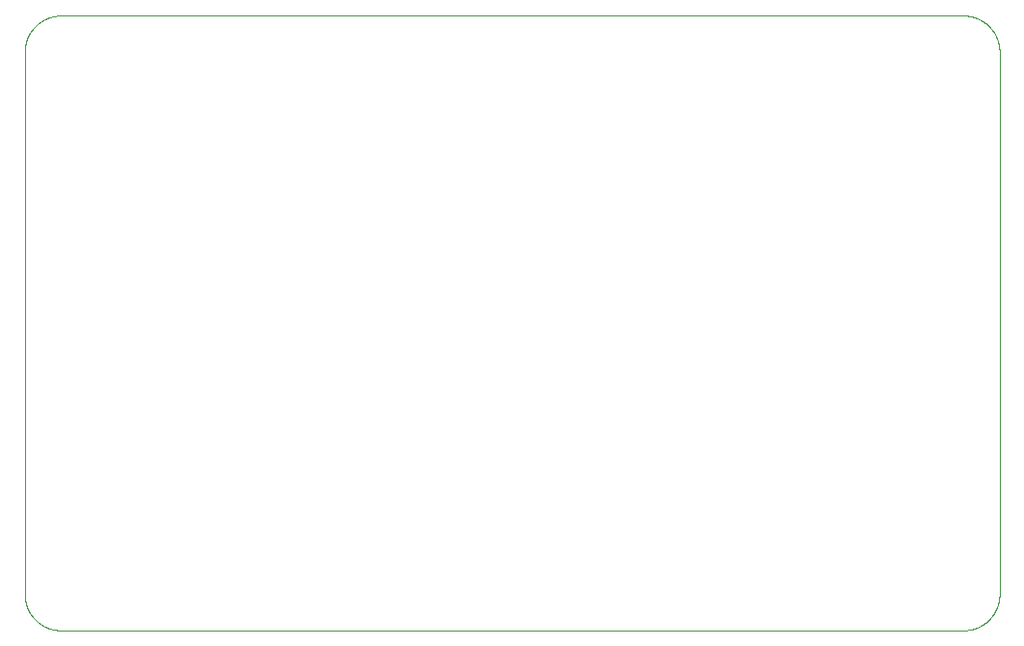
<source format=gbr>
%TF.GenerationSoftware,Flux,Pcbnew,7.0.11-7.0.11~ubuntu20.04.1*%
%TF.CreationDate,2024-08-15T14:07:34+00:00*%
%TF.ProjectId,input,696e7075-742e-46b6-9963-61645f706362,rev?*%
%TF.SameCoordinates,Original*%
%TF.FileFunction,Profile,NP*%
%FSLAX46Y46*%
G04 Gerber Fmt 4.6, Leading zero omitted, Abs format (unit mm)*
G04 Filename: businesscardpcb*
G04 Build it with Flux! Visit our site at: https://www.flux.ai (PCBNEW 7.0.11-7.0.11~ubuntu20.04.1) date 2024-08-15 14:07:34*
%MOMM*%
%LPD*%
G01*
G04 APERTURE LIST*
%TA.AperFunction,Profile*%
%ADD10C,0.050000*%
%TD*%
G04 APERTURE END LIST*
D10*
X-39620000Y-26990000D02*
X-39659023Y-26989761D01*
X-39659023Y-26989761D02*
X-39698041Y-26989042D01*
X-39698041Y-26989042D02*
X-39737047Y-26987845D01*
X-39737047Y-26987845D02*
X-39776035Y-26986170D01*
X-39776035Y-26986170D02*
X-39815000Y-26984016D01*
X-39815000Y-26984016D02*
X-39853935Y-26981384D01*
X-39853935Y-26981384D02*
X-39892835Y-26978274D01*
X-39892835Y-26978274D02*
X-39931695Y-26974687D01*
X-39931695Y-26974687D02*
X-39970507Y-26970624D01*
X-39970507Y-26970624D02*
X-40009266Y-26966085D01*
X-40009266Y-26966085D02*
X-40047967Y-26961070D01*
X-40047967Y-26961070D02*
X-40086603Y-26955581D01*
X-40086603Y-26955581D02*
X-40125169Y-26949619D01*
X-40125169Y-26949619D02*
X-40163659Y-26943183D01*
X-40163659Y-26943183D02*
X-40202067Y-26936275D01*
X-40202067Y-26936275D02*
X-40240387Y-26928897D01*
X-40240387Y-26928897D02*
X-40278614Y-26921049D01*
X-40278614Y-26921049D02*
X-40316742Y-26912733D01*
X-40316742Y-26912733D02*
X-40354765Y-26903949D01*
X-40354765Y-26903949D02*
X-40392677Y-26894699D01*
X-40392677Y-26894699D02*
X-40430473Y-26884985D01*
X-40430473Y-26884985D02*
X-40468147Y-26874808D01*
X-40468147Y-26874808D02*
X-40505693Y-26864169D01*
X-40505693Y-26864169D02*
X-40543105Y-26853070D01*
X-40543105Y-26853070D02*
X-40580379Y-26841513D01*
X-40580379Y-26841513D02*
X-40617508Y-26829500D01*
X-40617508Y-26829500D02*
X-40654487Y-26817031D01*
X-40654487Y-26817031D02*
X-40691310Y-26804110D01*
X-40691310Y-26804110D02*
X-40727971Y-26790738D01*
X-40727971Y-26790738D02*
X-40764466Y-26776917D01*
X-40764466Y-26776917D02*
X-40800789Y-26762649D01*
X-40800789Y-26762649D02*
X-40836933Y-26747937D01*
X-40836933Y-26747937D02*
X-40872895Y-26732782D01*
X-40872895Y-26732782D02*
X-40908667Y-26717187D01*
X-40908667Y-26717187D02*
X-40944246Y-26701154D01*
X-40944246Y-26701154D02*
X-40979625Y-26684686D01*
X-40979625Y-26684686D02*
X-41014800Y-26667785D01*
X-41014800Y-26667785D02*
X-41049764Y-26650453D01*
X-41049764Y-26650453D02*
X-41084513Y-26632694D01*
X-41084513Y-26632694D02*
X-41119042Y-26614510D01*
X-41119042Y-26614510D02*
X-41153344Y-26595903D01*
X-41153344Y-26595903D02*
X-41187416Y-26576877D01*
X-41187416Y-26576877D02*
X-41221252Y-26557434D01*
X-41221252Y-26557434D02*
X-41254847Y-26537577D01*
X-41254847Y-26537577D02*
X-41288195Y-26517310D01*
X-41288195Y-26517310D02*
X-41321292Y-26496634D01*
X-41321292Y-26496634D02*
X-41354133Y-26475555D01*
X-41354133Y-26475555D02*
X-41386713Y-26454073D01*
X-41386713Y-26454073D02*
X-41419027Y-26432194D01*
X-41419027Y-26432194D02*
X-41451070Y-26409920D01*
X-41451070Y-26409920D02*
X-41482837Y-26387254D01*
X-41482837Y-26387254D02*
X-41514324Y-26364200D01*
X-41514324Y-26364200D02*
X-41545525Y-26340761D01*
X-41545525Y-26340761D02*
X-41576436Y-26316942D01*
X-41576436Y-26316942D02*
X-41607053Y-26292744D01*
X-41607053Y-26292744D02*
X-41637371Y-26268173D01*
X-41637371Y-26268173D02*
X-41667384Y-26243232D01*
X-41667384Y-26243232D02*
X-41697090Y-26217924D01*
X-41697090Y-26217924D02*
X-41726482Y-26192254D01*
X-41726482Y-26192254D02*
X-41755557Y-26166225D01*
X-41755557Y-26166225D02*
X-41784311Y-26139841D01*
X-41784311Y-26139841D02*
X-41812739Y-26113106D01*
X-41812739Y-26113106D02*
X-41840836Y-26086024D01*
X-41840836Y-26086024D02*
X-41868600Y-26058600D01*
X-41868600Y-26058600D02*
X-41896024Y-26030836D01*
X-41896024Y-26030836D02*
X-41923106Y-26002739D01*
X-41923106Y-26002739D02*
X-41949841Y-25974311D01*
X-41949841Y-25974311D02*
X-41976225Y-25945557D01*
X-41976225Y-25945557D02*
X-42002254Y-25916482D01*
X-42002254Y-25916482D02*
X-42027924Y-25887090D01*
X-42027924Y-25887090D02*
X-42053232Y-25857384D01*
X-42053232Y-25857384D02*
X-42078173Y-25827371D01*
X-42078173Y-25827371D02*
X-42102744Y-25797053D01*
X-42102744Y-25797053D02*
X-42126942Y-25766436D01*
X-42126942Y-25766436D02*
X-42150761Y-25735525D01*
X-42150761Y-25735525D02*
X-42174200Y-25704324D01*
X-42174200Y-25704324D02*
X-42197254Y-25672837D01*
X-42197254Y-25672837D02*
X-42219920Y-25641070D01*
X-42219920Y-25641070D02*
X-42242194Y-25609027D01*
X-42242194Y-25609027D02*
X-42264073Y-25576713D01*
X-42264073Y-25576713D02*
X-42285555Y-25544133D01*
X-42285555Y-25544133D02*
X-42306634Y-25511292D01*
X-42306634Y-25511292D02*
X-42327310Y-25478195D01*
X-42327310Y-25478195D02*
X-42347577Y-25444847D01*
X-42347577Y-25444847D02*
X-42367434Y-25411252D01*
X-42367434Y-25411252D02*
X-42386877Y-25377416D01*
X-42386877Y-25377416D02*
X-42405903Y-25343344D01*
X-42405903Y-25343344D02*
X-42424510Y-25309042D01*
X-42424510Y-25309042D02*
X-42442694Y-25274513D01*
X-42442694Y-25274513D02*
X-42460453Y-25239764D01*
X-42460453Y-25239764D02*
X-42477785Y-25204800D01*
X-42477785Y-25204800D02*
X-42494686Y-25169625D01*
X-42494686Y-25169625D02*
X-42511154Y-25134246D01*
X-42511154Y-25134246D02*
X-42527187Y-25098667D01*
X-42527187Y-25098667D02*
X-42542782Y-25062895D01*
X-42542782Y-25062895D02*
X-42557937Y-25026933D01*
X-42557937Y-25026933D02*
X-42572649Y-24990789D01*
X-42572649Y-24990789D02*
X-42586917Y-24954466D01*
X-42586917Y-24954466D02*
X-42600738Y-24917971D01*
X-42600738Y-24917971D02*
X-42614110Y-24881310D01*
X-42614110Y-24881310D02*
X-42627031Y-24844487D01*
X-42627031Y-24844487D02*
X-42639500Y-24807508D01*
X-42639500Y-24807508D02*
X-42651513Y-24770379D01*
X-42651513Y-24770379D02*
X-42663070Y-24733105D01*
X-42663070Y-24733105D02*
X-42674169Y-24695693D01*
X-42674169Y-24695693D02*
X-42684808Y-24658147D01*
X-42684808Y-24658147D02*
X-42694985Y-24620473D01*
X-42694985Y-24620473D02*
X-42704699Y-24582677D01*
X-42704699Y-24582677D02*
X-42713949Y-24544765D01*
X-42713949Y-24544765D02*
X-42722733Y-24506742D01*
X-42722733Y-24506742D02*
X-42731049Y-24468614D01*
X-42731049Y-24468614D02*
X-42738897Y-24430387D01*
X-42738897Y-24430387D02*
X-42746275Y-24392067D01*
X-42746275Y-24392067D02*
X-42753183Y-24353659D01*
X-42753183Y-24353659D02*
X-42759619Y-24315169D01*
X-42759619Y-24315169D02*
X-42765581Y-24276603D01*
X-42765581Y-24276603D02*
X-42771070Y-24237967D01*
X-42771070Y-24237967D02*
X-42776085Y-24199266D01*
X-42776085Y-24199266D02*
X-42780624Y-24160507D01*
X-42780624Y-24160507D02*
X-42784687Y-24121695D01*
X-42784687Y-24121695D02*
X-42788274Y-24082835D01*
X-42788274Y-24082835D02*
X-42791384Y-24043935D01*
X-42791384Y-24043935D02*
X-42794016Y-24005000D01*
X-42794016Y-24005000D02*
X-42796170Y-23966035D01*
X-42796170Y-23966035D02*
X-42797845Y-23927047D01*
X-42797845Y-23927047D02*
X-42799042Y-23888041D01*
X-42799042Y-23888041D02*
X-42799761Y-23849023D01*
X-42799761Y-23849023D02*
X-42800000Y-23810000D01*
X-42800000Y-23810000D02*
X-42800000Y23810000D01*
X-42800000Y23810000D02*
X-42799761Y23849023D01*
X-42799761Y23849023D02*
X-42799042Y23888041D01*
X-42799042Y23888041D02*
X-42797845Y23927047D01*
X-42797845Y23927047D02*
X-42796170Y23966035D01*
X-42796170Y23966035D02*
X-42794016Y24005000D01*
X-42794016Y24005000D02*
X-42791384Y24043935D01*
X-42791384Y24043935D02*
X-42788274Y24082835D01*
X-42788274Y24082835D02*
X-42784687Y24121695D01*
X-42784687Y24121695D02*
X-42780624Y24160507D01*
X-42780624Y24160507D02*
X-42776085Y24199266D01*
X-42776085Y24199266D02*
X-42771070Y24237967D01*
X-42771070Y24237967D02*
X-42765581Y24276603D01*
X-42765581Y24276603D02*
X-42759619Y24315169D01*
X-42759619Y24315169D02*
X-42753183Y24353659D01*
X-42753183Y24353659D02*
X-42746275Y24392067D01*
X-42746275Y24392067D02*
X-42738897Y24430387D01*
X-42738897Y24430387D02*
X-42731049Y24468614D01*
X-42731049Y24468614D02*
X-42722733Y24506742D01*
X-42722733Y24506742D02*
X-42713949Y24544765D01*
X-42713949Y24544765D02*
X-42704699Y24582677D01*
X-42704699Y24582677D02*
X-42694985Y24620473D01*
X-42694985Y24620473D02*
X-42684808Y24658147D01*
X-42684808Y24658147D02*
X-42674169Y24695693D01*
X-42674169Y24695693D02*
X-42663070Y24733105D01*
X-42663070Y24733105D02*
X-42651513Y24770379D01*
X-42651513Y24770379D02*
X-42639500Y24807508D01*
X-42639500Y24807508D02*
X-42627031Y24844487D01*
X-42627031Y24844487D02*
X-42614110Y24881310D01*
X-42614110Y24881310D02*
X-42600738Y24917971D01*
X-42600738Y24917971D02*
X-42586917Y24954466D01*
X-42586917Y24954466D02*
X-42572649Y24990789D01*
X-42572649Y24990789D02*
X-42557937Y25026933D01*
X-42557937Y25026933D02*
X-42542782Y25062895D01*
X-42542782Y25062895D02*
X-42527187Y25098667D01*
X-42527187Y25098667D02*
X-42511154Y25134246D01*
X-42511154Y25134246D02*
X-42494686Y25169625D01*
X-42494686Y25169625D02*
X-42477785Y25204800D01*
X-42477785Y25204800D02*
X-42460453Y25239764D01*
X-42460453Y25239764D02*
X-42442694Y25274513D01*
X-42442694Y25274513D02*
X-42424510Y25309042D01*
X-42424510Y25309042D02*
X-42405903Y25343344D01*
X-42405903Y25343344D02*
X-42386877Y25377416D01*
X-42386877Y25377416D02*
X-42367434Y25411252D01*
X-42367434Y25411252D02*
X-42347577Y25444847D01*
X-42347577Y25444847D02*
X-42327310Y25478195D01*
X-42327310Y25478195D02*
X-42306634Y25511292D01*
X-42306634Y25511292D02*
X-42285555Y25544133D01*
X-42285555Y25544133D02*
X-42264073Y25576713D01*
X-42264073Y25576713D02*
X-42242194Y25609027D01*
X-42242194Y25609027D02*
X-42219920Y25641070D01*
X-42219920Y25641070D02*
X-42197254Y25672837D01*
X-42197254Y25672837D02*
X-42174200Y25704324D01*
X-42174200Y25704324D02*
X-42150761Y25735525D01*
X-42150761Y25735525D02*
X-42126942Y25766436D01*
X-42126942Y25766436D02*
X-42102744Y25797053D01*
X-42102744Y25797053D02*
X-42078173Y25827371D01*
X-42078173Y25827371D02*
X-42053232Y25857384D01*
X-42053232Y25857384D02*
X-42027924Y25887090D01*
X-42027924Y25887090D02*
X-42002254Y25916482D01*
X-42002254Y25916482D02*
X-41976225Y25945557D01*
X-41976225Y25945557D02*
X-41949841Y25974311D01*
X-41949841Y25974311D02*
X-41923106Y26002739D01*
X-41923106Y26002739D02*
X-41896024Y26030836D01*
X-41896024Y26030836D02*
X-41868600Y26058600D01*
X-41868600Y26058600D02*
X-41840836Y26086024D01*
X-41840836Y26086024D02*
X-41812739Y26113106D01*
X-41812739Y26113106D02*
X-41784311Y26139841D01*
X-41784311Y26139841D02*
X-41755557Y26166225D01*
X-41755557Y26166225D02*
X-41726482Y26192254D01*
X-41726482Y26192254D02*
X-41697090Y26217924D01*
X-41697090Y26217924D02*
X-41667384Y26243232D01*
X-41667384Y26243232D02*
X-41637371Y26268173D01*
X-41637371Y26268173D02*
X-41607053Y26292744D01*
X-41607053Y26292744D02*
X-41576436Y26316942D01*
X-41576436Y26316942D02*
X-41545525Y26340761D01*
X-41545525Y26340761D02*
X-41514324Y26364200D01*
X-41514324Y26364200D02*
X-41482837Y26387254D01*
X-41482837Y26387254D02*
X-41451070Y26409920D01*
X-41451070Y26409920D02*
X-41419027Y26432194D01*
X-41419027Y26432194D02*
X-41386713Y26454073D01*
X-41386713Y26454073D02*
X-41354133Y26475555D01*
X-41354133Y26475555D02*
X-41321292Y26496634D01*
X-41321292Y26496634D02*
X-41288195Y26517310D01*
X-41288195Y26517310D02*
X-41254847Y26537577D01*
X-41254847Y26537577D02*
X-41221252Y26557434D01*
X-41221252Y26557434D02*
X-41187416Y26576877D01*
X-41187416Y26576877D02*
X-41153344Y26595903D01*
X-41153344Y26595903D02*
X-41119042Y26614510D01*
X-41119042Y26614510D02*
X-41084513Y26632694D01*
X-41084513Y26632694D02*
X-41049764Y26650453D01*
X-41049764Y26650453D02*
X-41014800Y26667785D01*
X-41014800Y26667785D02*
X-40979625Y26684686D01*
X-40979625Y26684686D02*
X-40944246Y26701154D01*
X-40944246Y26701154D02*
X-40908667Y26717187D01*
X-40908667Y26717187D02*
X-40872895Y26732782D01*
X-40872895Y26732782D02*
X-40836933Y26747937D01*
X-40836933Y26747937D02*
X-40800789Y26762649D01*
X-40800789Y26762649D02*
X-40764466Y26776917D01*
X-40764466Y26776917D02*
X-40727971Y26790738D01*
X-40727971Y26790738D02*
X-40691310Y26804110D01*
X-40691310Y26804110D02*
X-40654487Y26817031D01*
X-40654487Y26817031D02*
X-40617508Y26829500D01*
X-40617508Y26829500D02*
X-40580379Y26841513D01*
X-40580379Y26841513D02*
X-40543105Y26853070D01*
X-40543105Y26853070D02*
X-40505693Y26864169D01*
X-40505693Y26864169D02*
X-40468147Y26874808D01*
X-40468147Y26874808D02*
X-40430473Y26884985D01*
X-40430473Y26884985D02*
X-40392677Y26894699D01*
X-40392677Y26894699D02*
X-40354765Y26903949D01*
X-40354765Y26903949D02*
X-40316742Y26912733D01*
X-40316742Y26912733D02*
X-40278614Y26921049D01*
X-40278614Y26921049D02*
X-40240387Y26928897D01*
X-40240387Y26928897D02*
X-40202067Y26936275D01*
X-40202067Y26936275D02*
X-40163659Y26943183D01*
X-40163659Y26943183D02*
X-40125169Y26949619D01*
X-40125169Y26949619D02*
X-40086603Y26955581D01*
X-40086603Y26955581D02*
X-40047967Y26961070D01*
X-40047967Y26961070D02*
X-40009266Y26966085D01*
X-40009266Y26966085D02*
X-39970507Y26970624D01*
X-39970507Y26970624D02*
X-39931695Y26974687D01*
X-39931695Y26974687D02*
X-39892835Y26978274D01*
X-39892835Y26978274D02*
X-39853935Y26981384D01*
X-39853935Y26981384D02*
X-39815000Y26984016D01*
X-39815000Y26984016D02*
X-39776035Y26986170D01*
X-39776035Y26986170D02*
X-39737047Y26987845D01*
X-39737047Y26987845D02*
X-39698041Y26989042D01*
X-39698041Y26989042D02*
X-39659023Y26989761D01*
X-39659023Y26989761D02*
X-39620000Y26990000D01*
X-39620000Y26990000D02*
X39620000Y26990000D01*
X39620000Y26990000D02*
X39659023Y26989761D01*
X39659023Y26989761D02*
X39698041Y26989042D01*
X39698041Y26989042D02*
X39737047Y26987845D01*
X39737047Y26987845D02*
X39776035Y26986170D01*
X39776035Y26986170D02*
X39815000Y26984016D01*
X39815000Y26984016D02*
X39853935Y26981384D01*
X39853935Y26981384D02*
X39892835Y26978274D01*
X39892835Y26978274D02*
X39931695Y26974687D01*
X39931695Y26974687D02*
X39970507Y26970624D01*
X39970507Y26970624D02*
X40009266Y26966085D01*
X40009266Y26966085D02*
X40047967Y26961070D01*
X40047967Y26961070D02*
X40086603Y26955581D01*
X40086603Y26955581D02*
X40125169Y26949619D01*
X40125169Y26949619D02*
X40163659Y26943183D01*
X40163659Y26943183D02*
X40202067Y26936275D01*
X40202067Y26936275D02*
X40240387Y26928897D01*
X40240387Y26928897D02*
X40278614Y26921049D01*
X40278614Y26921049D02*
X40316742Y26912733D01*
X40316742Y26912733D02*
X40354765Y26903949D01*
X40354765Y26903949D02*
X40392677Y26894699D01*
X40392677Y26894699D02*
X40430473Y26884985D01*
X40430473Y26884985D02*
X40468147Y26874808D01*
X40468147Y26874808D02*
X40505693Y26864169D01*
X40505693Y26864169D02*
X40543105Y26853070D01*
X40543105Y26853070D02*
X40580379Y26841513D01*
X40580379Y26841513D02*
X40617508Y26829500D01*
X40617508Y26829500D02*
X40654487Y26817031D01*
X40654487Y26817031D02*
X40691310Y26804110D01*
X40691310Y26804110D02*
X40727971Y26790738D01*
X40727971Y26790738D02*
X40764466Y26776917D01*
X40764466Y26776917D02*
X40800789Y26762649D01*
X40800789Y26762649D02*
X40836933Y26747937D01*
X40836933Y26747937D02*
X40872895Y26732782D01*
X40872895Y26732782D02*
X40908667Y26717187D01*
X40908667Y26717187D02*
X40944246Y26701154D01*
X40944246Y26701154D02*
X40979625Y26684686D01*
X40979625Y26684686D02*
X41014800Y26667785D01*
X41014800Y26667785D02*
X41049764Y26650453D01*
X41049764Y26650453D02*
X41084513Y26632694D01*
X41084513Y26632694D02*
X41119042Y26614510D01*
X41119042Y26614510D02*
X41153344Y26595903D01*
X41153344Y26595903D02*
X41187416Y26576877D01*
X41187416Y26576877D02*
X41221252Y26557434D01*
X41221252Y26557434D02*
X41254847Y26537577D01*
X41254847Y26537577D02*
X41288195Y26517310D01*
X41288195Y26517310D02*
X41321292Y26496634D01*
X41321292Y26496634D02*
X41354133Y26475555D01*
X41354133Y26475555D02*
X41386713Y26454073D01*
X41386713Y26454073D02*
X41419027Y26432194D01*
X41419027Y26432194D02*
X41451070Y26409920D01*
X41451070Y26409920D02*
X41482837Y26387254D01*
X41482837Y26387254D02*
X41514324Y26364200D01*
X41514324Y26364200D02*
X41545525Y26340761D01*
X41545525Y26340761D02*
X41576436Y26316942D01*
X41576436Y26316942D02*
X41607053Y26292744D01*
X41607053Y26292744D02*
X41637371Y26268173D01*
X41637371Y26268173D02*
X41667384Y26243232D01*
X41667384Y26243232D02*
X41697090Y26217924D01*
X41697090Y26217924D02*
X41726482Y26192254D01*
X41726482Y26192254D02*
X41755557Y26166225D01*
X41755557Y26166225D02*
X41784311Y26139841D01*
X41784311Y26139841D02*
X41812739Y26113106D01*
X41812739Y26113106D02*
X41840836Y26086024D01*
X41840836Y26086024D02*
X41868600Y26058600D01*
X41868600Y26058600D02*
X41896024Y26030836D01*
X41896024Y26030836D02*
X41923106Y26002739D01*
X41923106Y26002739D02*
X41949841Y25974311D01*
X41949841Y25974311D02*
X41976225Y25945557D01*
X41976225Y25945557D02*
X42002254Y25916482D01*
X42002254Y25916482D02*
X42027924Y25887090D01*
X42027924Y25887090D02*
X42053232Y25857384D01*
X42053232Y25857384D02*
X42078173Y25827371D01*
X42078173Y25827371D02*
X42102744Y25797053D01*
X42102744Y25797053D02*
X42126942Y25766436D01*
X42126942Y25766436D02*
X42150761Y25735525D01*
X42150761Y25735525D02*
X42174200Y25704324D01*
X42174200Y25704324D02*
X42197254Y25672837D01*
X42197254Y25672837D02*
X42219920Y25641070D01*
X42219920Y25641070D02*
X42242194Y25609027D01*
X42242194Y25609027D02*
X42264073Y25576713D01*
X42264073Y25576713D02*
X42285555Y25544133D01*
X42285555Y25544133D02*
X42306634Y25511292D01*
X42306634Y25511292D02*
X42327310Y25478195D01*
X42327310Y25478195D02*
X42347577Y25444847D01*
X42347577Y25444847D02*
X42367434Y25411252D01*
X42367434Y25411252D02*
X42386877Y25377416D01*
X42386877Y25377416D02*
X42405903Y25343344D01*
X42405903Y25343344D02*
X42424510Y25309042D01*
X42424510Y25309042D02*
X42442694Y25274513D01*
X42442694Y25274513D02*
X42460453Y25239764D01*
X42460453Y25239764D02*
X42477785Y25204800D01*
X42477785Y25204800D02*
X42494686Y25169625D01*
X42494686Y25169625D02*
X42511154Y25134246D01*
X42511154Y25134246D02*
X42527187Y25098667D01*
X42527187Y25098667D02*
X42542782Y25062895D01*
X42542782Y25062895D02*
X42557937Y25026933D01*
X42557937Y25026933D02*
X42572649Y24990789D01*
X42572649Y24990789D02*
X42586917Y24954466D01*
X42586917Y24954466D02*
X42600738Y24917971D01*
X42600738Y24917971D02*
X42614110Y24881310D01*
X42614110Y24881310D02*
X42627031Y24844487D01*
X42627031Y24844487D02*
X42639500Y24807508D01*
X42639500Y24807508D02*
X42651513Y24770379D01*
X42651513Y24770379D02*
X42663070Y24733105D01*
X42663070Y24733105D02*
X42674169Y24695693D01*
X42674169Y24695693D02*
X42684808Y24658147D01*
X42684808Y24658147D02*
X42694985Y24620473D01*
X42694985Y24620473D02*
X42704699Y24582677D01*
X42704699Y24582677D02*
X42713949Y24544765D01*
X42713949Y24544765D02*
X42722733Y24506742D01*
X42722733Y24506742D02*
X42731049Y24468614D01*
X42731049Y24468614D02*
X42738897Y24430387D01*
X42738897Y24430387D02*
X42746275Y24392067D01*
X42746275Y24392067D02*
X42753183Y24353659D01*
X42753183Y24353659D02*
X42759619Y24315169D01*
X42759619Y24315169D02*
X42765581Y24276603D01*
X42765581Y24276603D02*
X42771070Y24237967D01*
X42771070Y24237967D02*
X42776085Y24199266D01*
X42776085Y24199266D02*
X42780624Y24160507D01*
X42780624Y24160507D02*
X42784687Y24121695D01*
X42784687Y24121695D02*
X42788274Y24082835D01*
X42788274Y24082835D02*
X42791384Y24043935D01*
X42791384Y24043935D02*
X42794016Y24005000D01*
X42794016Y24005000D02*
X42796170Y23966035D01*
X42796170Y23966035D02*
X42797845Y23927047D01*
X42797845Y23927047D02*
X42799042Y23888041D01*
X42799042Y23888041D02*
X42799761Y23849023D01*
X42799761Y23849023D02*
X42800000Y23810000D01*
X42800000Y23810000D02*
X42800000Y-23810000D01*
X42800000Y-23810000D02*
X42799761Y-23849023D01*
X42799761Y-23849023D02*
X42799042Y-23888041D01*
X42799042Y-23888041D02*
X42797845Y-23927047D01*
X42797845Y-23927047D02*
X42796170Y-23966035D01*
X42796170Y-23966035D02*
X42794016Y-24005000D01*
X42794016Y-24005000D02*
X42791384Y-24043935D01*
X42791384Y-24043935D02*
X42788274Y-24082835D01*
X42788274Y-24082835D02*
X42784687Y-24121695D01*
X42784687Y-24121695D02*
X42780624Y-24160507D01*
X42780624Y-24160507D02*
X42776085Y-24199266D01*
X42776085Y-24199266D02*
X42771070Y-24237967D01*
X42771070Y-24237967D02*
X42765581Y-24276603D01*
X42765581Y-24276603D02*
X42759619Y-24315169D01*
X42759619Y-24315169D02*
X42753183Y-24353659D01*
X42753183Y-24353659D02*
X42746275Y-24392067D01*
X42746275Y-24392067D02*
X42738897Y-24430387D01*
X42738897Y-24430387D02*
X42731049Y-24468614D01*
X42731049Y-24468614D02*
X42722733Y-24506742D01*
X42722733Y-24506742D02*
X42713949Y-24544765D01*
X42713949Y-24544765D02*
X42704699Y-24582677D01*
X42704699Y-24582677D02*
X42694985Y-24620473D01*
X42694985Y-24620473D02*
X42684808Y-24658147D01*
X42684808Y-24658147D02*
X42674169Y-24695693D01*
X42674169Y-24695693D02*
X42663070Y-24733105D01*
X42663070Y-24733105D02*
X42651513Y-24770379D01*
X42651513Y-24770379D02*
X42639500Y-24807508D01*
X42639500Y-24807508D02*
X42627031Y-24844487D01*
X42627031Y-24844487D02*
X42614110Y-24881310D01*
X42614110Y-24881310D02*
X42600738Y-24917971D01*
X42600738Y-24917971D02*
X42586917Y-24954466D01*
X42586917Y-24954466D02*
X42572649Y-24990789D01*
X42572649Y-24990789D02*
X42557937Y-25026933D01*
X42557937Y-25026933D02*
X42542782Y-25062895D01*
X42542782Y-25062895D02*
X42527187Y-25098667D01*
X42527187Y-25098667D02*
X42511154Y-25134246D01*
X42511154Y-25134246D02*
X42494686Y-25169625D01*
X42494686Y-25169625D02*
X42477785Y-25204800D01*
X42477785Y-25204800D02*
X42460453Y-25239764D01*
X42460453Y-25239764D02*
X42442694Y-25274513D01*
X42442694Y-25274513D02*
X42424510Y-25309042D01*
X42424510Y-25309042D02*
X42405903Y-25343344D01*
X42405903Y-25343344D02*
X42386877Y-25377416D01*
X42386877Y-25377416D02*
X42367434Y-25411252D01*
X42367434Y-25411252D02*
X42347577Y-25444847D01*
X42347577Y-25444847D02*
X42327310Y-25478195D01*
X42327310Y-25478195D02*
X42306634Y-25511292D01*
X42306634Y-25511292D02*
X42285555Y-25544133D01*
X42285555Y-25544133D02*
X42264073Y-25576713D01*
X42264073Y-25576713D02*
X42242194Y-25609027D01*
X42242194Y-25609027D02*
X42219920Y-25641070D01*
X42219920Y-25641070D02*
X42197254Y-25672837D01*
X42197254Y-25672837D02*
X42174200Y-25704324D01*
X42174200Y-25704324D02*
X42150761Y-25735525D01*
X42150761Y-25735525D02*
X42126942Y-25766436D01*
X42126942Y-25766436D02*
X42102744Y-25797053D01*
X42102744Y-25797053D02*
X42078173Y-25827371D01*
X42078173Y-25827371D02*
X42053232Y-25857384D01*
X42053232Y-25857384D02*
X42027924Y-25887090D01*
X42027924Y-25887090D02*
X42002254Y-25916482D01*
X42002254Y-25916482D02*
X41976225Y-25945557D01*
X41976225Y-25945557D02*
X41949841Y-25974311D01*
X41949841Y-25974311D02*
X41923106Y-26002739D01*
X41923106Y-26002739D02*
X41896024Y-26030836D01*
X41896024Y-26030836D02*
X41868600Y-26058600D01*
X41868600Y-26058600D02*
X41840836Y-26086024D01*
X41840836Y-26086024D02*
X41812739Y-26113106D01*
X41812739Y-26113106D02*
X41784311Y-26139841D01*
X41784311Y-26139841D02*
X41755557Y-26166225D01*
X41755557Y-26166225D02*
X41726482Y-26192254D01*
X41726482Y-26192254D02*
X41697090Y-26217924D01*
X41697090Y-26217924D02*
X41667384Y-26243232D01*
X41667384Y-26243232D02*
X41637371Y-26268173D01*
X41637371Y-26268173D02*
X41607053Y-26292744D01*
X41607053Y-26292744D02*
X41576436Y-26316942D01*
X41576436Y-26316942D02*
X41545525Y-26340761D01*
X41545525Y-26340761D02*
X41514324Y-26364200D01*
X41514324Y-26364200D02*
X41482837Y-26387254D01*
X41482837Y-26387254D02*
X41451070Y-26409920D01*
X41451070Y-26409920D02*
X41419027Y-26432194D01*
X41419027Y-26432194D02*
X41386713Y-26454073D01*
X41386713Y-26454073D02*
X41354133Y-26475555D01*
X41354133Y-26475555D02*
X41321292Y-26496634D01*
X41321292Y-26496634D02*
X41288195Y-26517310D01*
X41288195Y-26517310D02*
X41254847Y-26537577D01*
X41254847Y-26537577D02*
X41221252Y-26557434D01*
X41221252Y-26557434D02*
X41187416Y-26576877D01*
X41187416Y-26576877D02*
X41153344Y-26595903D01*
X41153344Y-26595903D02*
X41119042Y-26614510D01*
X41119042Y-26614510D02*
X41084513Y-26632694D01*
X41084513Y-26632694D02*
X41049764Y-26650453D01*
X41049764Y-26650453D02*
X41014800Y-26667785D01*
X41014800Y-26667785D02*
X40979625Y-26684686D01*
X40979625Y-26684686D02*
X40944246Y-26701154D01*
X40944246Y-26701154D02*
X40908667Y-26717187D01*
X40908667Y-26717187D02*
X40872895Y-26732782D01*
X40872895Y-26732782D02*
X40836933Y-26747937D01*
X40836933Y-26747937D02*
X40800789Y-26762649D01*
X40800789Y-26762649D02*
X40764466Y-26776917D01*
X40764466Y-26776917D02*
X40727971Y-26790738D01*
X40727971Y-26790738D02*
X40691310Y-26804110D01*
X40691310Y-26804110D02*
X40654487Y-26817031D01*
X40654487Y-26817031D02*
X40617508Y-26829500D01*
X40617508Y-26829500D02*
X40580379Y-26841513D01*
X40580379Y-26841513D02*
X40543105Y-26853070D01*
X40543105Y-26853070D02*
X40505693Y-26864169D01*
X40505693Y-26864169D02*
X40468147Y-26874808D01*
X40468147Y-26874808D02*
X40430473Y-26884985D01*
X40430473Y-26884985D02*
X40392677Y-26894699D01*
X40392677Y-26894699D02*
X40354765Y-26903949D01*
X40354765Y-26903949D02*
X40316742Y-26912733D01*
X40316742Y-26912733D02*
X40278614Y-26921049D01*
X40278614Y-26921049D02*
X40240387Y-26928897D01*
X40240387Y-26928897D02*
X40202067Y-26936275D01*
X40202067Y-26936275D02*
X40163659Y-26943183D01*
X40163659Y-26943183D02*
X40125169Y-26949619D01*
X40125169Y-26949619D02*
X40086603Y-26955581D01*
X40086603Y-26955581D02*
X40047967Y-26961070D01*
X40047967Y-26961070D02*
X40009266Y-26966085D01*
X40009266Y-26966085D02*
X39970507Y-26970624D01*
X39970507Y-26970624D02*
X39931695Y-26974687D01*
X39931695Y-26974687D02*
X39892835Y-26978274D01*
X39892835Y-26978274D02*
X39853935Y-26981384D01*
X39853935Y-26981384D02*
X39815000Y-26984016D01*
X39815000Y-26984016D02*
X39776035Y-26986170D01*
X39776035Y-26986170D02*
X39737047Y-26987845D01*
X39737047Y-26987845D02*
X39698041Y-26989042D01*
X39698041Y-26989042D02*
X39659023Y-26989761D01*
X39659023Y-26989761D02*
X39620000Y-26990000D01*
X39620000Y-26990000D02*
X-39620000Y-26990000D01*
M02*

</source>
